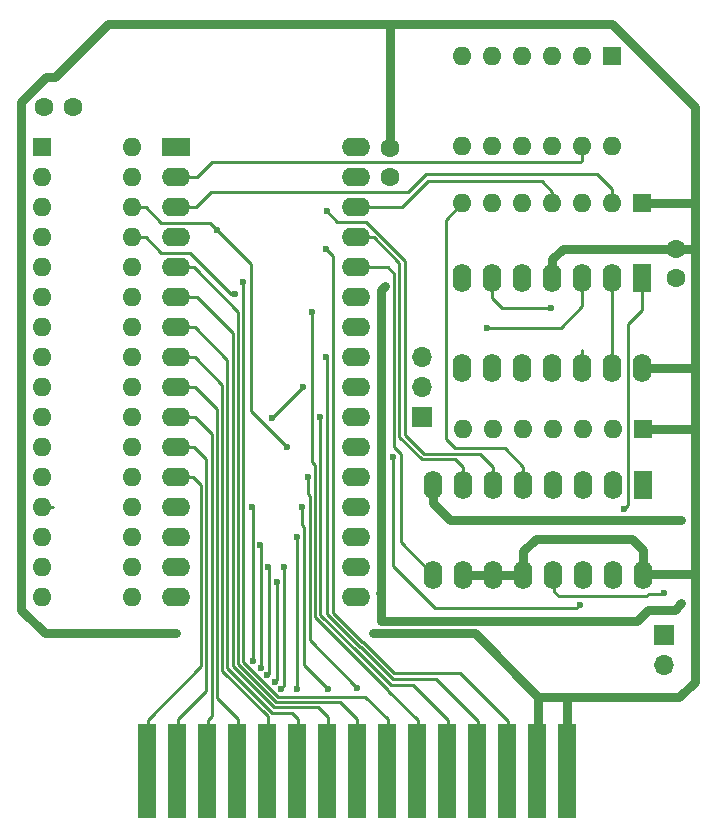
<source format=gbr>
%TF.GenerationSoftware,KiCad,Pcbnew,9.0.0*%
%TF.CreationDate,2025-05-02T13:48:09-04:00*%
%TF.ProjectId,cbm2rrcart,63626d32-7272-4636-9172-742e6b696361,rev?*%
%TF.SameCoordinates,Original*%
%TF.FileFunction,Copper,L1,Top*%
%TF.FilePolarity,Positive*%
%FSLAX46Y46*%
G04 Gerber Fmt 4.6, Leading zero omitted, Abs format (unit mm)*
G04 Created by KiCad (PCBNEW 9.0.0) date 2025-05-02 13:48:09*
%MOMM*%
%LPD*%
G01*
G04 APERTURE LIST*
%TA.AperFunction,ComponentPad*%
%ADD10R,1.600000X2.400000*%
%TD*%
%TA.AperFunction,ComponentPad*%
%ADD11O,1.600000X2.400000*%
%TD*%
%TA.AperFunction,ComponentPad*%
%ADD12C,1.600000*%
%TD*%
%TA.AperFunction,ComponentPad*%
%ADD13R,1.600000X1.600000*%
%TD*%
%TA.AperFunction,ComponentPad*%
%ADD14O,1.600000X1.600000*%
%TD*%
%TA.AperFunction,ComponentPad*%
%ADD15R,2.400000X1.600000*%
%TD*%
%TA.AperFunction,ComponentPad*%
%ADD16O,2.400000X1.600000*%
%TD*%
%TA.AperFunction,ComponentPad*%
%ADD17R,1.700000X1.700000*%
%TD*%
%TA.AperFunction,ComponentPad*%
%ADD18O,1.700000X1.700000*%
%TD*%
%TA.AperFunction,SMDPad,CuDef*%
%ADD19R,1.524000X8.000000*%
%TD*%
%TA.AperFunction,ViaPad*%
%ADD20C,0.600000*%
%TD*%
%TA.AperFunction,Conductor*%
%ADD21C,0.250000*%
%TD*%
%TA.AperFunction,Conductor*%
%ADD22C,0.750000*%
%TD*%
G04 APERTURE END LIST*
D10*
%TO.P,U1,1,I4*%
%TO.N,~{CS_X1}*%
X177850800Y-93141800D03*
D11*
%TO.P,U1,2,I5*%
%TO.N,~{CSBANK3}*%
X175310800Y-93141800D03*
%TO.P,U1,3,I6*%
%TO.N,~{CSBANK2}*%
X172770800Y-93141800D03*
%TO.P,U1,4,I7*%
%TO.N,~{CSBANK1}*%
X170230800Y-93141800D03*
%TO.P,U1,5,EI*%
%TO.N,ENABLE*%
X167690800Y-93141800D03*
%TO.P,U1,6,S2*%
%TO.N,E15*%
X165150800Y-93141800D03*
%TO.P,U1,7,S1*%
%TO.N,E14*%
X162610800Y-93141800D03*
%TO.P,U1,8,GND*%
%TO.N,GND*%
X160070800Y-93141800D03*
%TO.P,U1,9,S0*%
%TO.N,E13*%
X160070800Y-100761800D03*
%TO.P,U1,10,IO*%
%TO.N,5V*%
X162610800Y-100761800D03*
%TO.P,U1,11,I1*%
X165150800Y-100761800D03*
%TO.P,U1,12,I2*%
X167690800Y-100761800D03*
%TO.P,U1,13,I3*%
%TO.N,~{CS_X2}*%
X170230800Y-100761800D03*
%TO.P,U1,14,GS*%
%TO.N,~{CS_RR}*%
X172770800Y-100761800D03*
%TO.P,U1,15,EO*%
%TO.N,CS_RR*%
X175310800Y-100761800D03*
%TO.P,U1,16,VCC*%
%TO.N,5V*%
X177850800Y-100761800D03*
%TD*%
D12*
%TO.P,C2,1*%
%TO.N,5V*%
X156438600Y-64577600D03*
%TO.P,C2,2*%
%TO.N,GND*%
X156438600Y-67077600D03*
%TD*%
D13*
%TO.P,RN1,1,common*%
%TO.N,5V*%
X177850800Y-88417400D03*
D14*
%TO.P,RN1,2,R1*%
%TO.N,~{CS_X1}*%
X175310800Y-88417400D03*
%TO.P,RN1,3,R2*%
%TO.N,~{CS_X2}*%
X172770800Y-88417400D03*
%TO.P,RN1,4,R3*%
%TO.N,~{CSBANK3}*%
X170230800Y-88417400D03*
%TO.P,RN1,5,R4*%
%TO.N,~{CSBANK2}*%
X167690800Y-88417400D03*
%TO.P,RN1,6,R5*%
%TO.N,~{CSBANK1}*%
X165150800Y-88417400D03*
%TO.P,RN1,7,R6*%
%TO.N,unconnected-(RN1-R6-Pad7)*%
X162610800Y-88417400D03*
%TD*%
D13*
%TO.P,RN2,1,common*%
%TO.N,5V*%
X177774600Y-69316600D03*
D14*
%TO.P,RN2,2,R1*%
%TO.N,ROMSET0*%
X175234600Y-69316600D03*
%TO.P,RN2,3,R2*%
%TO.N,ROMSET1*%
X172694600Y-69316600D03*
%TO.P,RN2,4,R3*%
%TO.N,ROMSET2*%
X170154600Y-69316600D03*
%TO.P,RN2,5,R4*%
%TO.N,PROTECT*%
X167614600Y-69316600D03*
%TO.P,RN2,6,R5*%
%TO.N,SEL_RR*%
X165074600Y-69316600D03*
%TO.P,RN2,7,R6*%
%TO.N,ENABLE*%
X162534600Y-69316600D03*
%TD*%
D15*
%TO.P,U2,1,VPP*%
%TO.N,unconnected-(U2-VPP-Pad1)*%
X138277600Y-64566800D03*
D16*
%TO.P,U2,2,A16*%
%TO.N,ROMSET1*%
X138277600Y-67106800D03*
%TO.P,U2,3,A15*%
%TO.N,ROMSET0*%
X138277600Y-69646800D03*
%TO.P,U2,4,A12*%
%TO.N,A12*%
X138277600Y-72186800D03*
%TO.P,U2,5,A7*%
%TO.N,A7*%
X138277600Y-74726800D03*
%TO.P,U2,6,A6*%
%TO.N,A6*%
X138277600Y-77266800D03*
%TO.P,U2,7,A5*%
%TO.N,A5*%
X138277600Y-79806800D03*
%TO.P,U2,8,A4*%
%TO.N,A4*%
X138277600Y-82346800D03*
%TO.P,U2,9,A3*%
%TO.N,A3*%
X138277600Y-84886800D03*
%TO.P,U2,10,A2*%
%TO.N,A2*%
X138277600Y-87426800D03*
%TO.P,U2,11,A1*%
%TO.N,A1*%
X138277600Y-89966800D03*
%TO.P,U2,12,A0*%
%TO.N,A0*%
X138277600Y-92506800D03*
%TO.P,U2,13,D0*%
%TO.N,D0*%
X138277600Y-95046800D03*
%TO.P,U2,14,D1*%
%TO.N,D1*%
X138277600Y-97586800D03*
%TO.P,U2,15,D2*%
%TO.N,D2*%
X138277600Y-100126800D03*
%TO.P,U2,16,GND*%
%TO.N,GND*%
X138277600Y-102666800D03*
%TO.P,U2,17,D3*%
%TO.N,D3*%
X153517600Y-102666800D03*
%TO.P,U2,18,D4*%
%TO.N,D4*%
X153517600Y-100126800D03*
%TO.P,U2,19,D5*%
%TO.N,D5*%
X153517600Y-97586800D03*
%TO.P,U2,20,D6*%
%TO.N,D6*%
X153517600Y-95046800D03*
%TO.P,U2,21,D7*%
%TO.N,D7*%
X153517600Y-92506800D03*
%TO.P,U2,22,~{CE}*%
%TO.N,SEL_RR*%
X153517600Y-89966800D03*
%TO.P,U2,23,A10*%
%TO.N,A10*%
X153517600Y-87426800D03*
%TO.P,U2,24,~{OE}*%
%TO.N,~{CS_MEM}*%
X153517600Y-84886800D03*
%TO.P,U2,25,A11*%
%TO.N,A11*%
X153517600Y-82346800D03*
%TO.P,U2,26,A9*%
%TO.N,A9*%
X153517600Y-79806800D03*
%TO.P,U2,27,A8*%
%TO.N,A8*%
X153517600Y-77266800D03*
%TO.P,U2,28,A13*%
%TO.N,E13*%
X153517600Y-74726800D03*
%TO.P,U2,29,A14*%
%TO.N,E14*%
X153517600Y-72186800D03*
%TO.P,U2,30,A17*%
%TO.N,ROMSET2*%
X153517600Y-69646800D03*
%TO.P,U2,31,~{PGM}*%
%TO.N,5V*%
X153517600Y-67106800D03*
%TO.P,U2,32,VCC*%
X153517600Y-64566800D03*
%TD*%
D17*
%TO.P,J1,1,Pin_1*%
%TO.N,~{CS_RR}*%
X159131000Y-87401400D03*
D18*
%TO.P,J1,2,Pin_2*%
%TO.N,~{CS_MEM}*%
X159131000Y-84861400D03*
%TO.P,J1,3,Pin_3*%
%TO.N,Net-(J1-Pin_3)*%
X159131000Y-82321400D03*
%TD*%
D12*
%TO.P,C3,1*%
%TO.N,5V*%
X129590800Y-61174000D03*
%TO.P,C3,2*%
%TO.N,GND*%
X127090800Y-61174000D03*
%TD*%
D10*
%TO.P,U4,1*%
%TO.N,CS_RR*%
X177800000Y-75641200D03*
D11*
%TO.P,U4,2*%
%TO.N,S02*%
X175260000Y-75641200D03*
%TO.P,U4,3*%
%TO.N,Net-(J1-Pin_3)*%
X172720000Y-75641200D03*
%TO.P,U4,4*%
%TO.N,5V*%
X170180000Y-75641200D03*
%TO.P,U4,5*%
%TO.N,SR{slash}~{W}*%
X167640000Y-75641200D03*
%TO.P,U4,6*%
%TO.N,Net-(U4-Pad12)*%
X165100000Y-75641200D03*
%TO.P,U4,7,GND*%
%TO.N,GND*%
X162560000Y-75641200D03*
%TO.P,U4,8*%
%TO.N,~{OE_RAM}*%
X162560000Y-83261200D03*
%TO.P,U4,9*%
%TO.N,SR{slash}~{W}*%
X165100000Y-83261200D03*
%TO.P,U4,10*%
%TO.N,S02*%
X167640000Y-83261200D03*
%TO.P,U4,11*%
%TO.N,~{WE_RAM}*%
X170180000Y-83261200D03*
%TO.P,U4,12*%
%TO.N,Net-(U4-Pad12)*%
X172720000Y-83261200D03*
%TO.P,U4,13*%
%TO.N,S02*%
X175260000Y-83261200D03*
%TO.P,U4,14,VCC*%
%TO.N,5V*%
X177800000Y-83261200D03*
%TD*%
D12*
%TO.P,C4,1*%
%TO.N,5V*%
X180670200Y-73166600D03*
%TO.P,C4,2*%
%TO.N,GND*%
X180670200Y-75666600D03*
%TD*%
D13*
%TO.P,U3,1,NC*%
%TO.N,unconnected-(U3-NC-Pad1)*%
X126949200Y-64566800D03*
D14*
%TO.P,U3,2,NC*%
%TO.N,unconnected-(U3-NC-Pad2)*%
X126949200Y-67106800D03*
%TO.P,U3,3,A14*%
%TO.N,E14*%
X126949200Y-69646800D03*
%TO.P,U3,4,A12*%
%TO.N,A12*%
X126949200Y-72186800D03*
%TO.P,U3,5,A7*%
%TO.N,A7*%
X126949200Y-74726800D03*
%TO.P,U3,6,A6*%
%TO.N,A6*%
X126949200Y-77266800D03*
%TO.P,U3,7,A5*%
%TO.N,A5*%
X126949200Y-79806800D03*
%TO.P,U3,8,A4*%
%TO.N,A4*%
X126949200Y-82346800D03*
%TO.P,U3,9,A3*%
%TO.N,A3*%
X126949200Y-84886800D03*
%TO.P,U3,10,A2*%
%TO.N,A2*%
X126949200Y-87426800D03*
%TO.P,U3,11,A1*%
%TO.N,A1*%
X126949200Y-89966800D03*
%TO.P,U3,12,A0*%
%TO.N,A0*%
X126949200Y-92506800D03*
%TO.P,U3,13,D0*%
%TO.N,D0*%
X126949200Y-95046800D03*
%TO.P,U3,14,D1*%
%TO.N,D1*%
X126949200Y-97586800D03*
%TO.P,U3,15,D2*%
%TO.N,D2*%
X126949200Y-100126800D03*
%TO.P,U3,16,GND*%
%TO.N,GND*%
X126949200Y-102666800D03*
%TO.P,U3,17,D3*%
%TO.N,D3*%
X134569200Y-102666800D03*
%TO.P,U3,18,D4*%
%TO.N,D4*%
X134569200Y-100126800D03*
%TO.P,U3,19,D5*%
%TO.N,D5*%
X134569200Y-97586800D03*
%TO.P,U3,20,D6*%
%TO.N,D6*%
X134569200Y-95046800D03*
%TO.P,U3,21,D7*%
%TO.N,D7*%
X134569200Y-92506800D03*
%TO.P,U3,22,~{CE1}*%
%TO.N,~{CS_MEM}*%
X134569200Y-89966800D03*
%TO.P,U3,23,A10*%
%TO.N,A10*%
X134569200Y-87426800D03*
%TO.P,U3,24,~{OE}*%
%TO.N,~{OE_RAM}*%
X134569200Y-84886800D03*
%TO.P,U3,25,A11*%
%TO.N,A11*%
X134569200Y-82346800D03*
%TO.P,U3,26,A9*%
%TO.N,A9*%
X134569200Y-79806800D03*
%TO.P,U3,27,A8*%
%TO.N,A8*%
X134569200Y-77266800D03*
%TO.P,U3,28,A13*%
%TO.N,E13*%
X134569200Y-74726800D03*
%TO.P,U3,29,~{WE}*%
%TO.N,PROTECT*%
X134569200Y-72186800D03*
%TO.P,U3,30,CE2*%
%TO.N,SEL_RR*%
X134569200Y-69646800D03*
%TO.P,U3,31,A15*%
%TO.N,E15*%
X134569200Y-67106800D03*
%TO.P,U3,32,VCC*%
%TO.N,5V*%
X134569200Y-64566800D03*
%TD*%
D13*
%TO.P,SW1,1*%
%TO.N,GND*%
X175234601Y-56870600D03*
D14*
%TO.P,SW1,2*%
X172694601Y-56870600D03*
%TO.P,SW1,3*%
X170154601Y-56870600D03*
%TO.P,SW1,4*%
%TO.N,~{WE_RAM}*%
X167614601Y-56870600D03*
%TO.P,SW1,5*%
%TO.N,GND*%
X165074601Y-56870600D03*
%TO.P,SW1,6*%
X162534601Y-56870600D03*
%TO.P,SW1,7*%
%TO.N,ENABLE*%
X162534601Y-64490600D03*
%TO.P,SW1,8*%
%TO.N,SEL_RR*%
X165074601Y-64490600D03*
%TO.P,SW1,9*%
%TO.N,PROTECT*%
X167614601Y-64490600D03*
%TO.P,SW1,10*%
%TO.N,ROMSET2*%
X170154601Y-64490600D03*
%TO.P,SW1,11*%
%TO.N,ROMSET1*%
X172694601Y-64490600D03*
%TO.P,SW1,12*%
%TO.N,ROMSET0*%
X175234601Y-64490600D03*
%TD*%
D17*
%TO.P,J2,1,Pin_1*%
%TO.N,~{CS_X2}*%
X179654200Y-105824100D03*
D18*
%TO.P,J2,2,Pin_2*%
%TO.N,~{CS_X1}*%
X179654200Y-108364100D03*
%TD*%
D19*
%TO.P,P1,1,A0*%
%TO.N,A0*%
X135890000Y-117348000D03*
%TO.P,P1,2,A1*%
%TO.N,A1*%
X138430000Y-117348000D03*
%TO.P,P1,3,A2*%
%TO.N,A2*%
X140970000Y-117348000D03*
%TO.P,P1,4,A3*%
%TO.N,A3*%
X143510000Y-117348000D03*
%TO.P,P1,5,A4*%
%TO.N,A4*%
X146050000Y-117348000D03*
%TO.P,P1,6,A5*%
%TO.N,A5*%
X148590000Y-117348000D03*
%TO.P,P1,7,A6*%
%TO.N,A6*%
X151130000Y-117348000D03*
%TO.P,P1,8,A7*%
%TO.N,A7*%
X153670000Y-117348000D03*
%TO.P,P1,9,A8*%
%TO.N,A8*%
X156210000Y-117348000D03*
%TO.P,P1,10,A9*%
%TO.N,A9*%
X158750000Y-117348000D03*
%TO.P,P1,11,A10*%
%TO.N,A10*%
X161290000Y-117348000D03*
%TO.P,P1,12,A11*%
%TO.N,A11*%
X163830000Y-117348000D03*
%TO.P,P1,13,A12*%
%TO.N,A12*%
X166370000Y-117348000D03*
%TO.P,P1,14,+5V*%
%TO.N,5V*%
X168910000Y-117348000D03*
%TO.P,P1,15,+5V*%
X171450000Y-117348000D03*
%TD*%
D20*
%TO.N,A8*%
X143992600Y-75971400D03*
%TO.N,A9*%
X149809200Y-78536800D03*
%TO.N,A10*%
X150454200Y-87426800D03*
%TO.N,A11*%
X151013000Y-82346800D03*
%TO.N,A12*%
X150977600Y-73152000D03*
%TO.N,5V*%
X154990800Y-105714800D03*
X138303000Y-105714800D03*
%TO.N,D0*%
X144780000Y-95046800D03*
X144834089Y-108051600D03*
%TO.N,D1*%
X145459089Y-108680817D03*
X145440400Y-98196400D03*
%TO.N,D2*%
X146050000Y-109220000D03*
X146084089Y-100126800D03*
%TO.N,D3*%
X146672567Y-109798638D03*
X146862800Y-101346000D03*
%TO.N,D4*%
X147472400Y-100126800D03*
X147193843Y-110405495D03*
%TO.N,D5*%
X148545400Y-97586800D03*
X148590000Y-110439200D03*
%TO.N,D6*%
X151180800Y-110438200D03*
X148995400Y-94996000D03*
%TO.N,D7*%
X153670000Y-110337600D03*
X149445400Y-92456000D03*
%TO.N,GND*%
X156032200Y-76301600D03*
X181102000Y-96088200D03*
X155651200Y-104648000D03*
X181102000Y-103174800D03*
%TO.N,CS_RR*%
X176225200Y-95213200D03*
%TO.N,PROTECT*%
X143332200Y-77012800D03*
%TO.N,SEL_RR*%
X147726400Y-89966800D03*
X141770100Y-71539100D03*
%TO.N,E15*%
X151053800Y-69977000D03*
%TO.N,~{CS_RR}*%
X156692600Y-90779600D03*
X172491400Y-103276400D03*
%TO.N,~{CS_MEM}*%
X149021800Y-84886800D03*
X146405600Y-87503000D03*
%TO.N,Net-(U4-Pad12)*%
X170053000Y-78155800D03*
%TO.N,~{CS_X2}*%
X179654200Y-102299800D03*
%TO.N,Net-(J1-Pin_3)*%
X164617400Y-79857600D03*
%TD*%
D21*
%TO.N,A0*%
X135898200Y-117504400D02*
X135898200Y-113021800D01*
X139776200Y-92506800D02*
X138277600Y-92506800D01*
X140411200Y-93141800D02*
X139776200Y-92506800D01*
X135898200Y-113021800D02*
X140411200Y-108508800D01*
X140411200Y-108508800D02*
X140411200Y-93141800D01*
%TO.N,A1*%
X140861200Y-110573400D02*
X140861200Y-90975600D01*
X138438200Y-117504400D02*
X138438200Y-112996400D01*
X139852400Y-89966800D02*
X138277600Y-89966800D01*
X138438200Y-112996400D02*
X140861200Y-110573400D01*
X140861200Y-90975600D02*
X139852400Y-89966800D01*
%TO.N,A2*%
X140978200Y-117504400D02*
X140978200Y-113072600D01*
X141311200Y-112739600D02*
X141311200Y-88834800D01*
X139903200Y-87426800D02*
X138277600Y-87426800D01*
X141311200Y-88834800D02*
X139903200Y-87426800D01*
X140978200Y-113072600D02*
X141311200Y-112739600D01*
%TO.N,A3*%
X141761200Y-111205000D02*
X141761200Y-86694000D01*
X143518200Y-117504400D02*
X143518200Y-112962000D01*
X139954000Y-84886800D02*
X138277600Y-84886800D01*
X143518200Y-112962000D02*
X141761200Y-111205000D01*
X141761200Y-86694000D02*
X139954000Y-84886800D01*
%TO.N,A4*%
X146058200Y-117504400D02*
X146058200Y-112709396D01*
X139877800Y-82346800D02*
X138277600Y-82346800D01*
X146058200Y-112709396D02*
X142211200Y-108862396D01*
X142211200Y-108862396D02*
X142211200Y-84680200D01*
X142211200Y-84680200D02*
X139877800Y-82346800D01*
%TO.N,A5*%
X148598200Y-117504400D02*
X148598200Y-112936600D01*
X148132800Y-112471200D02*
X146456400Y-112471200D01*
X148598200Y-112936600D02*
X148132800Y-112471200D01*
X142661200Y-82590200D02*
X139877800Y-79806800D01*
X146456400Y-112471200D02*
X142661200Y-108676000D01*
X142661200Y-108676000D02*
X142661200Y-82590200D01*
X139877800Y-79806800D02*
X138277600Y-79806800D01*
%TO.N,A6*%
X143111200Y-80271600D02*
X140106400Y-77266800D01*
X151138200Y-117504400D02*
X151138200Y-112784200D01*
X151138200Y-112784200D02*
X150317200Y-111963200D01*
X150317200Y-111963200D02*
X146584796Y-111963200D01*
X143111200Y-108489604D02*
X143111200Y-80271600D01*
X146584796Y-111963200D02*
X143111200Y-108489604D01*
X140106400Y-77266800D02*
X138277600Y-77266800D01*
%TO.N,A7*%
X143561200Y-108303208D02*
X143561200Y-78461000D01*
X153670000Y-112953800D02*
X152229400Y-111513200D01*
X139827000Y-74726800D02*
X138277600Y-74726800D01*
X152229400Y-111513200D02*
X146771192Y-111513200D01*
X153670000Y-117348000D02*
X153670000Y-112953800D01*
X143561200Y-78461000D02*
X139827000Y-74726800D01*
X146771192Y-111513200D02*
X143561200Y-108303208D01*
X153678200Y-117504400D02*
X153678200Y-113519404D01*
%TO.N,A8*%
X156218200Y-112987400D02*
X156218200Y-117504400D01*
X146957588Y-111063200D02*
X154294000Y-111063200D01*
X143992600Y-75971400D02*
X144011200Y-75990000D01*
X144011200Y-75990000D02*
X144011200Y-108116812D01*
X154294000Y-111063200D02*
X156218200Y-112987400D01*
X144011200Y-108116812D02*
X146957588Y-111063200D01*
%TO.N,A9*%
X158758200Y-113038200D02*
X158758200Y-117504400D01*
X156286200Y-110494188D02*
X156286200Y-110566200D01*
X149809200Y-78536800D02*
X149809200Y-91211400D01*
X149809200Y-91211400D02*
X150070400Y-91472600D01*
X153532063Y-107764800D02*
X153556812Y-107764800D01*
X153556812Y-107764800D02*
X156286200Y-110494188D01*
X150070400Y-91472600D02*
X150070400Y-104303137D01*
X156286200Y-110566200D02*
X158758200Y-113038200D01*
X150070400Y-104303137D02*
X153532063Y-107764800D01*
%TO.N,A10*%
X150454200Y-87426800D02*
X150520400Y-87493000D01*
X150520400Y-104116741D02*
X153718459Y-107314800D01*
X158376200Y-110116200D02*
X161298200Y-113038200D01*
X153743208Y-107314800D02*
X156544608Y-110116200D01*
X153718459Y-107314800D02*
X153743208Y-107314800D01*
X150520400Y-87493000D02*
X150520400Y-104116741D01*
X161298200Y-113038200D02*
X161298200Y-117504400D01*
X156544608Y-110116200D02*
X158376200Y-110116200D01*
%TO.N,A11*%
X156640404Y-109575600D02*
X160299400Y-109575600D01*
X151079200Y-104039145D02*
X153904855Y-106864800D01*
X160299400Y-109575600D02*
X163838200Y-113114400D01*
X151013000Y-82346800D02*
X151079200Y-82413000D01*
X151079200Y-82413000D02*
X151079200Y-104039145D01*
X163838200Y-113114400D02*
X163838200Y-117504400D01*
X153904855Y-106864800D02*
X153929604Y-106864800D01*
X153929604Y-106864800D02*
X156640404Y-109575600D01*
%TO.N,A12*%
X151434800Y-73583800D02*
X151638000Y-73787000D01*
X166378200Y-113114400D02*
X162331400Y-109067600D01*
X166378200Y-117504400D02*
X166378200Y-113114400D01*
X154091251Y-106414800D02*
X151638000Y-103961549D01*
X162331400Y-109067600D02*
X156768800Y-109067600D01*
X156768800Y-109067600D02*
X154116000Y-106414800D01*
X150977600Y-73152000D02*
X151409400Y-73583800D01*
X151409400Y-73583800D02*
X151434800Y-73583800D01*
X154116000Y-106414800D02*
X154091251Y-106414800D01*
X151638000Y-73787000D02*
X151638000Y-76657200D01*
X151638000Y-103961549D02*
X151638000Y-76657200D01*
X151638000Y-76657200D02*
X151638000Y-76301600D01*
D22*
%TO.N,5V*%
X128092200Y-58623200D02*
X132562600Y-54152800D01*
X180695599Y-100711001D02*
X177901599Y-100711001D01*
X171424600Y-111125000D02*
X169011600Y-111125000D01*
X182245000Y-83286600D02*
X182219600Y-83261200D01*
X182219600Y-69316600D02*
X177774600Y-69316600D01*
X132562600Y-54152800D02*
X156489400Y-54152800D01*
X177850800Y-100761800D02*
X177850800Y-98679002D01*
X182230400Y-73166600D02*
X180670200Y-73166600D01*
X182245000Y-100711000D02*
X180695599Y-100711001D01*
X125222000Y-60706000D02*
X127304800Y-58623200D01*
X170180000Y-74015600D02*
X170180000Y-75641200D01*
X182219600Y-83261200D02*
X177800000Y-83261200D01*
X167690800Y-100761800D02*
X165150800Y-100761800D01*
X182245000Y-100711000D02*
X182245000Y-109804200D01*
X163601400Y-105714800D02*
X168960800Y-111074200D01*
X182245000Y-109804200D02*
X180924200Y-111125000D01*
X172770800Y-111125000D02*
X171424600Y-111125000D01*
X127304800Y-58623200D02*
X128092200Y-58623200D01*
X168960800Y-111074200D02*
X168960800Y-117461800D01*
X182245000Y-88468200D02*
X182245000Y-100711000D01*
X167690800Y-98755200D02*
X167690800Y-100761800D01*
X168743599Y-97702401D02*
X167690800Y-98755200D01*
X177901599Y-100711001D02*
X177850800Y-100761800D01*
X156489400Y-54152800D02*
X161696400Y-54152800D01*
D21*
X168918200Y-112818600D02*
X168960800Y-112776000D01*
D22*
X171450000Y-111150400D02*
X171450000Y-117348000D01*
X138303000Y-105714800D02*
X127177800Y-105714800D01*
X165150800Y-100761800D02*
X162610800Y-100761800D01*
X182245000Y-69291200D02*
X182219600Y-69316600D01*
X127177800Y-105714800D02*
X125222000Y-103759000D01*
X154990800Y-105714800D02*
X163601400Y-105714800D01*
X182245000Y-83286600D02*
X182245000Y-85598000D01*
X161696400Y-54152800D02*
X175234600Y-54152800D01*
X156438600Y-64577600D02*
X156438600Y-54203600D01*
X182245000Y-61163200D02*
X182245000Y-69291200D01*
X156438600Y-54203600D02*
X156489400Y-54152800D01*
X171424600Y-111125000D02*
X171450000Y-111150400D01*
X182245000Y-69291200D02*
X182245000Y-73152000D01*
X182245000Y-85598000D02*
X182245000Y-88468200D01*
X169011600Y-111125000D02*
X168960800Y-111074200D01*
X175234600Y-54152800D02*
X182245000Y-61163200D01*
D21*
X168918200Y-117504400D02*
X168918200Y-112818600D01*
D22*
X182245000Y-88468200D02*
X182194200Y-88417400D01*
X171029000Y-73166600D02*
X170180000Y-74015600D01*
X176874199Y-97702401D02*
X168743599Y-97702401D01*
X182194200Y-88417400D02*
X177850800Y-88417400D01*
X168960800Y-117461800D02*
X168918200Y-117504400D01*
X125222000Y-103759000D02*
X125222000Y-60706000D01*
X180924200Y-111125000D02*
X172770800Y-111125000D01*
X177850800Y-98679002D02*
X176874199Y-97702401D01*
X182245000Y-73152000D02*
X182245000Y-83286600D01*
X182245000Y-73152000D02*
X182230400Y-73166600D01*
X180670200Y-73166600D02*
X171029000Y-73166600D01*
D21*
%TO.N,D0*%
X144834089Y-108051600D02*
X144834089Y-98656889D01*
X144815400Y-95082200D02*
X144780000Y-95046800D01*
X144815400Y-98638200D02*
X144815400Y-95082200D01*
X127914400Y-95046800D02*
X126949200Y-95046800D01*
X144834089Y-98656889D02*
X144830800Y-98653600D01*
X144830800Y-98653600D02*
X144815400Y-98638200D01*
%TO.N,D1*%
X145459089Y-98215089D02*
X145459089Y-108680817D01*
X145440400Y-98196400D02*
X145459089Y-98215089D01*
%TO.N,D2*%
X146151600Y-100194311D02*
X146151600Y-106476800D01*
X146151600Y-109118400D02*
X146050000Y-109220000D01*
X146084089Y-100126800D02*
X146151600Y-100194311D01*
X146151600Y-106730800D02*
X146151600Y-106476800D01*
X146151600Y-106476800D02*
X146151600Y-109118400D01*
%TO.N,D3*%
X146862800Y-109608405D02*
X146672567Y-109798638D01*
X146862800Y-101346000D02*
X146862800Y-109608405D01*
%TO.N,D4*%
X147472400Y-101620284D02*
X147472400Y-109402916D01*
X147487800Y-110111538D02*
X147193843Y-110405495D01*
X147487800Y-101604884D02*
X147472400Y-101620284D01*
X147472400Y-109402916D02*
X147487800Y-109418316D01*
X147487800Y-100517800D02*
X147487800Y-101604884D01*
X147472400Y-100502400D02*
X147487800Y-100517800D01*
X147472400Y-100126800D02*
X147472400Y-100502400D01*
X147487800Y-109418316D02*
X147487800Y-110111538D01*
%TO.N,D5*%
X148590000Y-99466400D02*
X148545400Y-99421800D01*
X148545400Y-99421800D02*
X148545400Y-97586800D01*
X148590000Y-110439200D02*
X148590000Y-99466400D01*
%TO.N,D6*%
X149170400Y-96694000D02*
X148995400Y-96519000D01*
X151180800Y-110438200D02*
X149170400Y-108427800D01*
X148995400Y-96519000D02*
X148995400Y-94996000D01*
X149170400Y-108427800D02*
X149170400Y-96694000D01*
%TO.N,D7*%
X149620400Y-106313400D02*
X149620400Y-94066969D01*
X149620400Y-94066969D02*
X149445400Y-93891969D01*
X153644600Y-110337600D02*
X149620400Y-106313400D01*
X153670000Y-110337600D02*
X153644600Y-110337600D01*
X149445400Y-93891969D02*
X149445400Y-92456000D01*
D22*
%TO.N,GND*%
X155651200Y-102285800D02*
X155651200Y-104648000D01*
X160070800Y-93141800D02*
X160070800Y-94691202D01*
X177342800Y-104648000D02*
X178282600Y-103708200D01*
X161467798Y-96088200D02*
X178572798Y-96088200D01*
X180644800Y-75641200D02*
X180670200Y-75666600D01*
X156032200Y-76301600D02*
X155651200Y-76682600D01*
X155651200Y-104648000D02*
X177342800Y-104648000D01*
X155651200Y-102387400D02*
X155600400Y-102336600D01*
X180568600Y-103708200D02*
X181102000Y-103174800D01*
X178572798Y-96088200D02*
X181102000Y-96088200D01*
X155651200Y-76682600D02*
X155651200Y-102285800D01*
X178282600Y-103708200D02*
X180568600Y-103708200D01*
X155600400Y-102336600D02*
X155651200Y-102285800D01*
X160070800Y-94691202D02*
X161467798Y-96088200D01*
D21*
%TO.N,S02*%
X175260000Y-75641200D02*
X175260000Y-83261200D01*
%TO.N,ROMSET0*%
X159512000Y-66827400D02*
X173990000Y-66827400D01*
X140004800Y-69646800D02*
X141274800Y-68376800D01*
X175234600Y-68072000D02*
X175234600Y-69316600D01*
X138277600Y-69646800D02*
X140004800Y-69646800D01*
X157962600Y-68376800D02*
X159512000Y-66827400D01*
X141274800Y-68376800D02*
X157962600Y-68376800D01*
X173990000Y-66827400D02*
X175234600Y-68072000D01*
%TO.N,ROMSET1*%
X172542200Y-65836800D02*
X172694601Y-65684399D01*
X138277600Y-67106800D02*
X140106400Y-67106800D01*
X141376400Y-65836800D02*
X172542200Y-65836800D01*
X172694601Y-65684399D02*
X172694601Y-64490600D01*
X140106400Y-67106800D02*
X141376400Y-65836800D01*
%TO.N,CS_RR*%
X176580800Y-79527400D02*
X177800000Y-78308200D01*
X176580800Y-94857600D02*
X176580800Y-79527400D01*
X176225200Y-95213200D02*
X176580800Y-94857600D01*
X177800000Y-78308200D02*
X177800000Y-75641200D01*
%TO.N,E14*%
X155067000Y-72186800D02*
X153517600Y-72186800D01*
X162610800Y-93141800D02*
X162610800Y-91668600D01*
X162610800Y-91668600D02*
X161899601Y-90957401D01*
X159105601Y-90957401D02*
X157218800Y-89070600D01*
X161899601Y-90957401D02*
X159105601Y-90957401D01*
X157218800Y-89070600D02*
X157218800Y-74338600D01*
X157218800Y-74338600D02*
X155067000Y-72186800D01*
%TO.N,E13*%
X160070800Y-100761800D02*
X157317600Y-98008600D01*
X156768800Y-89971916D02*
X156768800Y-75260200D01*
X156768800Y-75260200D02*
X156235400Y-74726800D01*
X156235400Y-74726800D02*
X153517600Y-74726800D01*
X157317600Y-98008600D02*
X157317600Y-90520716D01*
X157317600Y-90520716D02*
X156768800Y-89971916D01*
%TO.N,ROMSET2*%
X157454600Y-69646800D02*
X159664400Y-67437000D01*
X153517600Y-69646800D02*
X157454600Y-69646800D01*
X169265600Y-67437000D02*
X170154600Y-68326000D01*
X170154600Y-68326000D02*
X170154600Y-69316600D01*
X153517600Y-69646800D02*
X152425400Y-69646800D01*
X159664400Y-67437000D02*
X169265600Y-67437000D01*
%TO.N,PROTECT*%
X139471400Y-73482200D02*
X143002000Y-77012800D01*
X135737600Y-72186800D02*
X137033000Y-73482200D01*
X134569200Y-72186800D02*
X135737600Y-72186800D01*
X137033000Y-73482200D02*
X139471400Y-73482200D01*
X143002000Y-77012800D02*
X143332200Y-77012800D01*
%TO.N,SEL_RR*%
X141173200Y-70942200D02*
X137033000Y-70942200D01*
X137033000Y-70942200D02*
X135737600Y-69646800D01*
X144653000Y-74422000D02*
X141770100Y-71539100D01*
X147726400Y-89966800D02*
X144653000Y-86893400D01*
X135737600Y-69646800D02*
X134569200Y-69646800D01*
X144653000Y-86893400D02*
X144653000Y-74422000D01*
X141770100Y-71539100D02*
X141173200Y-70942200D01*
%TO.N,ENABLE*%
X161163000Y-89255600D02*
X161163000Y-70688200D01*
X166130401Y-90057401D02*
X161964801Y-90057401D01*
X161163000Y-70688200D02*
X162534600Y-69316600D01*
X167690800Y-91617800D02*
X166130401Y-90057401D01*
X167690800Y-93141800D02*
X167690800Y-91617800D01*
X161964801Y-90057401D02*
X161163000Y-89255600D01*
%TO.N,E15*%
X164040401Y-90507401D02*
X165150800Y-91617800D01*
X154407996Y-70891400D02*
X157668800Y-74152204D01*
X151968200Y-70891400D02*
X154407996Y-70891400D01*
X151053800Y-69977000D02*
X151968200Y-70891400D01*
X159291997Y-90507401D02*
X164040401Y-90507401D01*
X157668800Y-88884204D02*
X159291997Y-90507401D01*
X165150800Y-93141800D02*
X164770448Y-93141800D01*
X157668800Y-74152204D02*
X157668800Y-88884204D01*
X165150800Y-91617800D02*
X165150800Y-93141800D01*
%TO.N,~{CS_RR}*%
X160248598Y-103581200D02*
X157962599Y-101295201D01*
X172491400Y-103276400D02*
X172186600Y-103581200D01*
X156692600Y-100025202D02*
X157962599Y-101295201D01*
X157480000Y-100812602D02*
X157962599Y-101295201D01*
X156692600Y-90779600D02*
X156692600Y-100025202D01*
X172186600Y-103581200D02*
X160248598Y-103581200D01*
%TO.N,~{CS_MEM}*%
X146405600Y-87503000D02*
X149021800Y-84886800D01*
%TO.N,Net-(U4-Pad12)*%
X168452800Y-78130400D02*
X170027600Y-78130400D01*
X168452800Y-78130400D02*
X169113200Y-78130400D01*
X165100000Y-75641200D02*
X165100000Y-77292200D01*
X172720000Y-81737200D02*
X172720000Y-83261200D01*
X165100000Y-77292200D02*
X165938200Y-78130400D01*
X170027600Y-78130400D02*
X170053000Y-78155800D01*
X165938200Y-78130400D02*
X168452800Y-78130400D01*
%TO.N,~{CS_X2}*%
X178333400Y-102387400D02*
X179654200Y-102387400D01*
X170230800Y-100761800D02*
X170307000Y-100838000D01*
X178130200Y-102590600D02*
X178333400Y-102387400D01*
X179654200Y-102387400D02*
X179654200Y-102299800D01*
X170713400Y-102590600D02*
X178130200Y-102590600D01*
X170307000Y-100838000D02*
X170307000Y-102184200D01*
X170307000Y-102184200D02*
X170713400Y-102590600D01*
%TO.N,Net-(J1-Pin_3)*%
X170865800Y-79857600D02*
X172720000Y-78003400D01*
X164617400Y-79857600D02*
X170865800Y-79857600D01*
X172720000Y-78003400D02*
X172720000Y-75641200D01*
%TD*%
M02*

</source>
